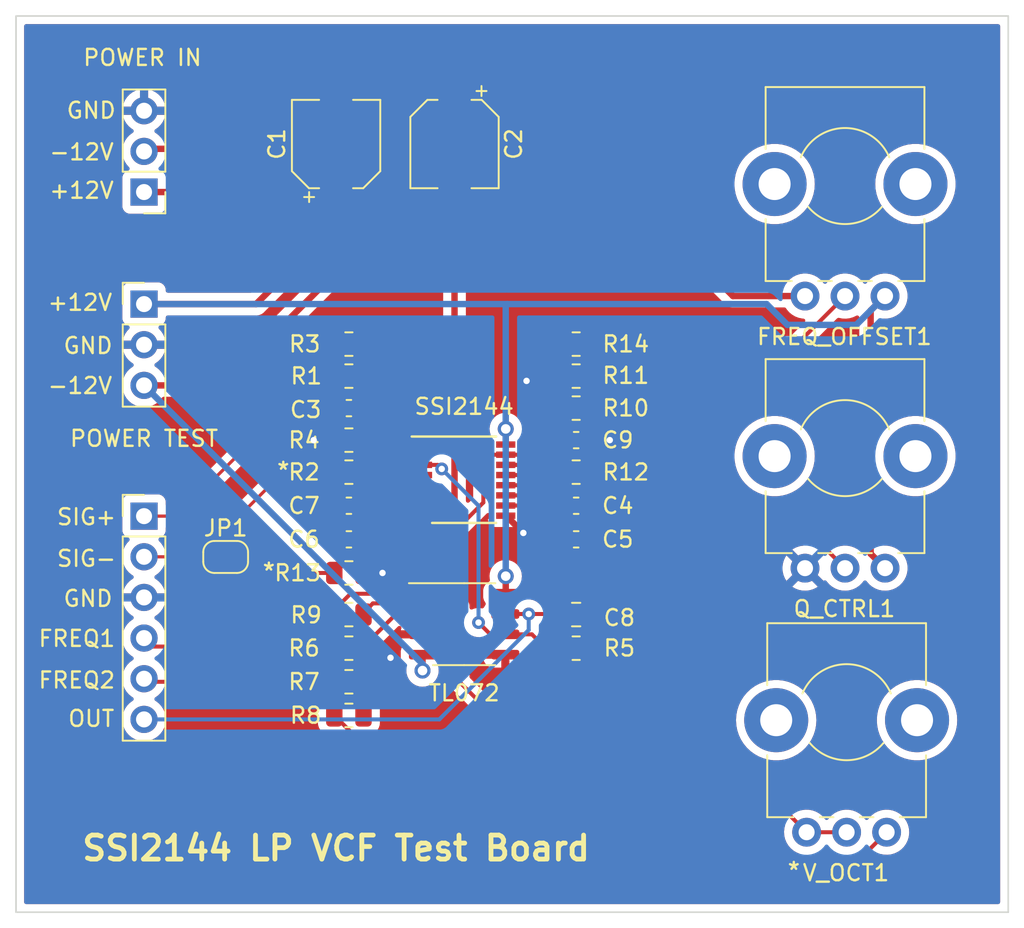
<source format=kicad_pcb>
(kicad_pcb (version 20221018) (generator pcbnew)
  (layers (0 "F.Cu" signal) (31 "B.Cu" signal) (34 "B.Paste" user) (35 "F.Paste" user) (36 "B.SilkS" user "B.Silkscreen") (37 "F.SilkS" user "F.Silkscreen") (38 "B.Mask" user) (39 "F.Mask" user) (44 "Edge.Cuts" user))
  (net 0 "")
  (net 1 "+12V")
  (net 2 "GND")
  (net 3 "-12V")
  (net 4 "Net-(C3-Pad1)")
  (net 5 "Net-(C3-Pad2)")
  (net 6 "Net-(C4-Pad1)")
  (net 7 "Net-(C4-Pad2)")
  (net 8 "Net-(C5-Pad1)")
  (net 9 "Net-(C5-Pad2)")
  (net 10 "Net-(C6-Pad1)")
  (net 11 "Net-(C6-Pad2)")
  (net 12 "Net-(C7-Pad1)")
  (net 13 "Net-(C7-Pad2)")
  (net 14 "/MIX_OUT")
  (net 15 "Net-(C8-Pad2)")
  (net 16 "Net-(C9-Pad1)")
  (net 17 "/SIG_IN+")
  (net 18 "/SIG_IN-")
  (net 19 "/FREQ1")
  (net 20 "/FREQ2")
  (net 21 "Net-(JP1-Pad2)")
  (net 22 "Net-(R6-Pad1)")
  (net 23 "Net-(R8-Pad1)")
  (net 24 "/FREQ_CTRL")
  (net 25 "Net-(R9-Pad2)")
  (net 26 "/Q_CTRL")
  (net 27 "Net-(R12-Pad1)")
  (net 28 "Net-(FREQ_OFFSET1-Pad2)")
  (footprint "Capacitor_SMD:C_0603_1608Metric_Pad1.08x0.95mm_HandSolder" (layer "F.Cu") (at 73 72.7 180)
    (fp_text reference "C5" (at -2.6 0 180) (layer "F.SilkS"))
    (fp_text value "6.8nF")
    (fp_line (start -0.146267 -0.51) (end 0.146267 -0.51) (stroke (width 0.12)) (layer "F.SilkS"))
    (fp_line (start -0.146267 0.51) (end 0.146267 0.51) (stroke (width 0.12)) (layer "F.SilkS"))
    (pad "1" smd roundrect (at -0.8625 0 180) (size 1.075 0.95) (layers "F.Cu" "F.Paste" "F.Mask") (net 8 "Net-(C5-Pad1)"))
    (pad "2" smd roundrect (at 0.8625 0 180) (size 1.075 0.95) (layers "F.Cu" "F.Paste" "F.Mask") (net 9 "Net-(C5-Pad2)"))
  )
  (footprint "Package_SO:SSOP-16_3.9x4.9mm_P0.635mm" (layer "F.Cu") (at 66 69)
    (fp_text reference "U1" hide)
    (fp_text value "SSI2144")
    (fp_line (start -3.275 -2.725) (end 2 -2.725) (stroke (width 0.15)) (layer "F.SilkS"))
    (fp_line (start -2 2.675) (end 2 2.675) (stroke (width 0.15)) (layer "F.SilkS"))
    (pad "1" smd rect (at -2.6 -2.2225) (size 1.2 0.4) (layers "F.Cu" "F.Paste" "F.Mask") (net 5 "Net-(C3-Pad2)"))
    (pad "2" smd rect (at -2.6 -1.5875) (size 1.2 0.4) (layers "F.Cu" "F.Paste" "F.Mask") (net 4 "Net-(C3-Pad1)"))
    (pad "3" smd rect (at -2.6 -0.9525) (size 1.2 0.4) (layers "F.Cu" "F.Paste" "F.Mask") (net 15 "Net-(C8-Pad2)"))
    (pad "4" smd rect (at -2.6 -0.3175) (size 1.2 0.4) (layers "F.Cu" "F.Paste" "F.Mask") (net 12 "Net-(C7-Pad1)"))
    (pad "5" smd rect (at -2.6 0.3175) (size 1.2 0.4) (layers "F.Cu" "F.Paste" "F.Mask") (net 13 "Net-(C7-Pad2)"))
    (pad "6" smd rect (at -2.6 0.9525) (size 1.2 0.4) (layers "F.Cu" "F.Paste" "F.Mask") (net 10 "Net-(C6-Pad1)"))
    (pad "7" smd rect (at -2.6 1.5875) (size 1.2 0.4) (layers "F.Cu" "F.Paste" "F.Mask") (net 11 "Net-(C6-Pad2)"))
    (pad "8" smd rect (at -2.6 2.2225) (size 1.2 0.4) (layers "F.Cu" "F.Paste" "F.Mask") (net 3 "-12V"))
    (pad "9" smd rect (at 2.6 2.2225) (size 1.2 0.4) (layers "F.Cu" "F.Paste" "F.Mask") (net 2 "GND"))
    (pad "10" smd rect (at 2.6 1.5875) (size 1.2 0.4) (layers "F.Cu" "F.Paste" "F.Mask") (net 9 "Net-(C5-Pad2)"))
    (pad "11" smd rect (at 2.6 0.9525) (size 1.2 0.4) (layers "F.Cu" "F.Paste" "F.Mask") (net 8 "Net-(C5-Pad1)"))
    (pad "12" smd rect (at 2.6 0.3175) (size 1.2 0.4) (layers "F.Cu" "F.Paste" "F.Mask") (net 7 "Net-(C4-Pad2)"))
    (pad "13" smd rect (at 2.6 -0.3175) (size 1.2 0.4) (layers "F.Cu" "F.Paste" "F.Mask") (net 6 "Net-(C4-Pad1)"))
    (pad "14" smd rect (at 2.6 -0.9525) (size 1.2 0.4) (layers "F.Cu" "F.Paste" "F.Mask") (net 26 "/Q_CTRL"))
    (pad "15" smd rect (at 2.6 -1.5875) (size 1.2 0.4) (layers "F.Cu" "F.Paste" "F.Mask") (net 24 "/FREQ_CTRL"))
    (pad "16" smd rect (at 2.6 -2.2225) (size 1.2 0.4) (layers "F.Cu" "F.Paste" "F.Mask") (net 1 "+12V"))
  )
  (footprint "Resistor_SMD:R_0805_2012Metric" (layer "F.Cu") (at 58.8 83.7)
    (fp_text reference "R8" (at -2.7 0) (layer "F.SilkS"))
    (fp_text value "162k")
    (fp_line (start -0.227064 -0.735) (end 0.227064 -0.735) (stroke (width 0.12)) (layer "F.SilkS"))
    (fp_line (start -0.227064 0.735) (end 0.227064 0.735) (stroke (width 0.12)) (layer "F.SilkS"))
    (pad "1" smd roundrect (at -0.9125 0) (size 1.025 1.4) (layers "F.Cu" "F.Paste" "F.Mask") (roundrect_rratio 0.243902439) (net 23 "Net-(R8-Pad1)"))
    (pad "2" smd roundrect (at 0.9125 0) (size 1.025 1.4) (layers "F.Cu" "F.Paste" "F.Mask") (roundrect_rratio 0.243902439) (net 22 "Net-(R6-Pad1)"))
  )
  (footprint "Resistor_SMD:R_0805_2012Metric" (layer "F.Cu") (at 58.8 79.5 180)
    (fp_text reference "R6" (at 2.8 0) (layer "F.SilkS"))
    (fp_text value "100k")
    (fp_line (start -0.227064 -0.735) (end 0.227064 -0.735) (stroke (width 0.12)) (layer "F.SilkS"))
    (fp_line (start -0.227064 0.735) (end 0.227064 0.735) (stroke (width 0.12)) (layer "F.SilkS"))
    (pad "1" smd roundrect (at -0.9125 0 180) (size 1.025 1.4) (layers "F.Cu" "F.Paste" "F.Mask") (roundrect_rratio 0.243902439) (net 22 "Net-(R6-Pad1)"))
    (pad "2" smd roundrect (at 0.9125 0 180) (size 1.025 1.4) (layers "F.Cu" "F.Paste" "F.Mask") (roundrect_rratio 0.243902439) (net 19 "/FREQ1"))
  )
  (footprint "Package_SO:SO-8_3.9x4.9mm_P1.27mm" (layer "F.Cu") (at 66 78)
    (fp_text reference "U2" hide)
    (fp_text value "TL072")
    (fp_line (start 0 -2.56) (end -3.45 -2.56) (stroke (width 0.12)) (layer "F.SilkS"))
    (fp_line (start 0 -2.56) (end 1.95 -2.56) (stroke (width 0.12)) (layer "F.SilkS"))
    (fp_line (start 0 2.56) (end -1.95 2.56) (stroke (width 0.12)) (layer "F.SilkS"))
    (fp_line (start 0 2.56) (end 1.95 2.56) (stroke (width 0.12)) (layer "F.SilkS"))
    (pad "1" smd roundrect (at -2.575 -1.905) (size 1.75 0.6) (layers "F.Cu" "F.Paste" "F.Mask") (net 25 "Net-(R9-Pad2)"))
    (pad "2" smd roundrect (at -2.575 -0.635) (size 1.75 0.6) (layers "F.Cu" "F.Paste" "F.Mask") (net 22 "Net-(R6-Pad1)"))
    (pad "3" smd roundrect (at -2.575 0.635) (size 1.75 0.6) (layers "F.Cu" "F.Paste" "F.Mask") (net 2 "GND"))
    (pad "4" smd roundrect (at -2.575 1.905) (size 1.75 0.6) (layers "F.Cu" "F.Paste" "F.Mask") (net 3 "-12V"))
    (pad "5" smd roundrect (at 2.575 1.905) (size 1.75 0.6) (layers "F.Cu" "F.Paste" "F.Mask") (net 2 "GND"))
    (pad "6" smd roundrect (at 2.575 0.635) (size 1.75 0.6) (layers "F.Cu" "F.Paste" "F.Mask") (net 15 "Net-(C8-Pad2)"))
    (pad "7" smd roundrect (at 2.575 -0.635) (size 1.75 0.6) (layers "F.Cu" "F.Paste" "F.Mask") (net 14 "/MIX_OUT"))
    (pad "8" smd roundrect (at 2.575 -1.905) (size 1.75 0.6) (layers "F.Cu" "F.Paste" "F.Mask") (net 1 "+12V"))
  )
  (footprint "Jumper:SolderJumper-2_P1.3mm_Bridged_RoundedPad1.0x1.5mm" (layer "F.Cu") (at 51.1 73.8)
    (fp_text reference "JP1" (at 0 -1.8) (layer "F.SilkS"))
    (fp_text value "Jumper_2_Bridged")
    (fp_poly (pts (xy 0.25 -0.3) (xy -0.25 -0.3) (xy -0.25 0.3) (xy 0.25 0.3)) (fill solid) (layer "F.Cu"))
    (fp_line (start -1.4 0.3) (end -1.4 -0.3) (stroke (width 0.12)) (layer "F.SilkS"))
    (fp_line (start -0.7 -1) (end 0.7 -1) (stroke (width 0.12)) (layer "F.SilkS"))
    (fp_line (start 0.7 1) (end -0.7 1) (stroke (width 0.12)) (layer "F.SilkS"))
    (fp_line (start 1.4 -0.3) (end 1.4 0.3) (stroke (width 0.12)) (layer "F.SilkS"))
    (fp_arc (start -1.4 -0.3) (mid -1.194975 -0.794975) (end -0.7 -1) (stroke (width 0.12)) (layer "F.SilkS"))
    (fp_arc (start -0.7 1) (mid -1.194975 0.794975) (end -1.4 0.3) (stroke (width 0.12)) (layer "F.SilkS"))
    (fp_arc (start 0.7 -1) (mid 1.194975 -0.794975) (end 1.4 -0.3) (stroke (width 0.12)) (layer "F.SilkS"))
    (fp_arc (start 1.4 0.3) (mid 1.194975 0.794975) (end 0.7 1) (stroke (width 0.12)) (layer "F.SilkS"))
    (pad "1" smd custom (at -0.65 0) (size 1 0.5) (layers "F.Cu" "F.Mask") (net 18 "/SIG_IN-") (options (clearance outline) (anchor rect)) (primitives (gr_circle (center 0 0.25) (end 0.5 0.25) (width 0) (fill yes)) (gr_circle (center 0 -0.25) (end 0.5 -0.25) (width 0) (fill yes)) (gr_poly (pts (xy 0.5 0.75) (xy 0 0.75) (xy 0 -0.75) (xy 0.5 -0.75)) (width 0) (fill yes))))
    (pad "2" smd custom (at 0.65 0) (size 1 0.5) (layers "F.Cu" "F.Mask") (net 21 "Net-(JP1-Pad2)") (options (clearance outline) (anchor rect)) (primitives (gr_circle (center 0 0.25) (end 0.5 0.25) (width 0) (fill yes)) (gr_circle (center 0 -0.25) (end 0.5 -0.25) (width 0) (fill yes)) (gr_poly (pts (xy 0 0.75) (xy -0.5 0.75) (xy -0.5 -0.75) (xy 0 -0.75)) (width 0) (fill yes))))
  )
  (footprint "Resistor_SMD:R_0805_2012Metric" (layer "F.Cu") (at 73 62.5)
    (fp_text reference "R11" (at 3.1 -0.035) (layer "F.SilkS"))
    (fp_text value "1k")
    (fp_line (start -0.227064 -0.735) (end 0.227064 -0.735) (stroke (width 0.12)) (layer "F.SilkS"))
    (fp_line (start -0.227064 0.735) (end 0.227064 0.735) (stroke (width 0.12)) (layer "F.SilkS"))
    (pad "1" smd roundrect (at -0.9125 0) (size 1.025 1.4) (layers "F.Cu" "F.Paste" "F.Mask") (roundrect_rratio 0.243902439) (net 24 "/FREQ_CTRL"))
    (pad "2" smd roundrect (at 0.9125 0) (size 1.025 1.4) (layers "F.Cu" "F.Paste" "F.Mask") (roundrect_rratio 0.243902439) (net 2 "GND"))
  )
  (footprint "Capacitor_SMD:CP_Elec_5x5.7" (layer "F.Cu") (at 65.4 48 -90)
    (fp_text reference "C2" (at 0 -3.7 90) (layer "F.SilkS"))
    (fp_text value "22uF")
    (fp_line (start -3.625 -1.685) (end -3 -1.685) (stroke (width 0.12)) (layer "F.SilkS"))
    (fp_line (start -3.3125 -1.9975) (end -3.3125 -1.3725) (stroke (width 0.12)) (layer "F.SilkS"))
    (fp_line (start -2.76 -1.695563) (end -2.76 -1.06) (stroke (width 0.12)) (layer "F.SilkS"))
    (fp_line (start -2.76 -1.695563) (end -1.695563 -2.76) (stroke (width 0.12)) (layer "F.SilkS"))
    (fp_line (start -2.76 1.695563) (end -2.76 1.06) (stroke (width 0.12)) (layer "F.SilkS"))
    (fp_line (start -2.76 1.695563) (end -1.695563 2.76) (stroke (width 0.12)) (layer "F.SilkS"))
    (fp_line (start -1.695563 -2.76) (end 2.76 -2.76) (stroke (width 0.12)) (layer "F.SilkS"))
    (fp_line (start -1.695563 2.76) (end 2.76 2.76) (stroke (width 0.12)) (layer "F.SilkS"))
    (fp_line (start 2.76 -2.76) (end 2.76 -1.06) (stroke (width 0.12)) (layer "F.SilkS"))
    (fp_line (start 2.76 2.76) (end 2.76 1.06) (stroke (width 0.12)) (layer "F.SilkS"))
    (pad "1" smd roundrect (at -2.2 0 270) (size 3 1.6) (layers "F.Cu" "F.Paste" "F.Mask") (roundrect_rratio 0.15625) (net 2 "GND"))
    (pad "2" smd roundrect (at 2.2 0 270) (size 3 1.6) (layers "F.Cu" "F.Paste" "F.Mask") (roundrect_rratio 0.15625) (net 3 "-12V"))
  )
  (footprint "Custom_Footprints:Alpha_9mm_Potentiometer_Aligned" (layer "F.Cu") (at 89.8 67)
    (fp_text reference "Q_CTRL1" (at -0.04 10.04) (layer "F.SilkS"))
    (fp_text value "10k")
    (fp_line (start -4.961 -5.56) (end 4.96 -5.56) (stroke (width 0.12)) (layer "F.SilkS"))
    (fp_line (start -4.961 -1.695) (end -4.961 -5.56) (stroke (width 0.12)) (layer "F.SilkS"))
    (fp_line (start -4.961 6.56) (end -4.961 2.694) (stroke (width 0.12)) (layer "F.SilkS"))
    (fp_line (start -4.961 6.56) (end -3.325 6.56) (stroke (width 0.12)) (layer "F.SilkS"))
    (fp_line (start -1.675 6.56) (end -0.825 6.56) (stroke (width 0.12)) (layer "F.SilkS"))
    (fp_line (start 0.825 6.56) (end 1.675 6.56) (stroke (width 0.12)) (layer "F.SilkS"))
    (fp_line (start 3.325 6.56) (end 4.96 6.56) (stroke (width 0.12)) (layer "F.SilkS"))
    (fp_line (start 4.96 -1.695) (end 4.96 -5.56) (stroke (width 0.12)) (layer "F.SilkS"))
    (fp_line (start 4.96 6.56) (end 4.96 2.694) (stroke (width 0.12)) (layer "F.SilkS"))
    (fp_arc (start -2.762432 -1.171982) (mid -0.000553 -3.000762) (end 2.762 -1.173) (stroke (width 0.12)) (layer "F.SilkS"))
    (fp_arc (start 2.297753 1.928295) (mid -0.000192 2.999665) (end -2.298 1.928) (stroke (width 0.12)) (layer "F.SilkS"))
    (pad "" np_thru_hole circle (at -4.4 0.5 90) (size 4 4) (drill 2) (layers "*.Cu" "*.Mask"))
    (pad "" np_thru_hole circle (at 4.4 0.5 90) (size 4 4) (drill 2) (layers "*.Cu" "*.Mask"))
    (pad "1" thru_hole circle (at 2.5 7.5 90) (size 1.8 1.8) (drill 1) (layers "*.Cu" "*.Mask") (net 1 "+12V"))
    (pad "2" thru_hole circle (at 0 7.5 90) (size 1.8 1.8) (drill 1) (layers "*.Cu" "*.Mask") (net 27 "Net-(R12-Pad1)"))
    (pad "3" thru_hole circle (at -2.5 7.5 90) (size 1.8 1.8) (drill 1) (layers "*.Cu" "*.Mask") (net 2 "GND"))
  )
  (footprint "Resistor_SMD:R_0805_2012Metric" (layer "F.Cu") (at 73 79.5)
    (fp_text reference "R5" (at 2.7 0) (layer "F.SilkS"))
    (fp_text value "33.2k")
    (fp_line (start -0.227064 -0.735) (end 0.227064 -0.735) (stroke (width 0.12)) (layer "F.SilkS"))
    (fp_line (start -0.227064 0.735) (end 0.227064 0.735) (stroke (width 0.12)) (layer "F.SilkS"))
    (pad "1" smd roundrect (at -0.9125 0) (size 1.025 1.4) (layers "F.Cu" "F.Paste" "F.Mask") (roundrect_rratio 0.243902439) (net 14 "/MIX_OUT"))
    (pad "2" smd roundrect (at 0.9125 0) (size 1.025 1.4) (layers "F.Cu" "F.Paste" "F.Mask") (roundrect_rratio 0.243902439) (net 15 "Net-(C8-Pad2)"))
  )
  (footprint "Resistor_SMD:R_0805_2012Metric" (layer "F.Cu") (at 58.8 68.5 180)
    (fp_text reference "R2" (at 2.8 0 180) (layer "F.SilkS"))
    (fp_text value "100k")
    (fp_line (start -0.227064 -0.735) (end 0.227064 -0.735) (stroke (width 0.12)) (layer "F.SilkS"))
    (fp_line (start -0.227064 0.735) (end 0.227064 0.735) (stroke (width 0.12)) (layer "F.SilkS"))
    (pad "1" smd roundrect (at -0.9125 0 180) (size 1.025 1.4) (layers "F.Cu" "F.Paste" "F.Mask") (roundrect_rratio 0.243902439) (net 4 "Net-(C3-Pad1)"))
    (pad "2" smd roundrect (at 0.9125 0 180) (size 1.025 1.4) (layers "F.Cu" "F.Paste" "F.Mask") (roundrect_rratio 0.243902439) (net 18 "/SIG_IN-"))
  )
  (footprint "Resistor_SMD:R_0805_2012Metric" (layer "F.Cu") (at 58.8 62.5 180)
    (fp_text reference "R1" (at 2.662742 0 180) (layer "F.SilkS"))
    (fp_text value "68.1k")
    (fp_line (start -0.227064 -0.735) (end 0.227064 -0.735) (stroke (width 0.12)) (layer "F.SilkS"))
    (fp_line (start -0.227064 0.735) (end 0.227064 0.735) (stroke (width 0.12)) (layer "F.SilkS"))
    (pad "1" smd roundrect (at -0.9125 0 180) (size 1.025 1.4) (layers "F.Cu" "F.Paste" "F.Mask") (roundrect_rratio 0.243902439) (net 5 "Net-(C3-Pad2)"))
    (pad "2" smd roundrect (at 0.9125 0 180) (size 1.025 1.4) (layers "F.Cu" "F.Paste" "F.Mask") (roundrect_rratio 0.243902439) (net 17 "/SIG_IN+"))
  )
  (footprint "Resistor_SMD:R_0805_2012Metric" (layer "F.Cu") (at 58.8 74.8 180)
    (fp_text reference "R13" (at 3.2 0) (layer "F.SilkS"))
    (fp_text value "200")
    (fp_line (start -0.227064 -0.735) (end 0.227064 -0.735) (stroke (width 0.12)) (layer "F.SilkS"))
    (fp_line (start -0.227064 0.735) (end 0.227064 0.735) (stroke (width 0.12)) (layer "F.SilkS"))
    (pad "1" smd roundrect (at -0.9125 0 180) (size 1.025 1.4) (layers "F.Cu" "F.Paste" "F.Mask") (roundrect_rratio 0.243902439) (net 2 "GND"))
    (pad "2" smd roundrect (at 0.9125 0 180) (size 1.025 1.4) (layers "F.Cu" "F.Paste" "F.Mask") (roundrect_rratio 0.243902439) (net 21 "Net-(JP1-Pad2)"))
  )
  (footprint "Custom_Footprints:Alpha_9mm_Potentiometer_Aligned" (layer "F.Cu") (at 89.8 50)
    (fp_text reference "FREQ_OFFSET1" (at -0.04 10.04) (layer "F.SilkS"))
    (fp_text value "50k")
    (fp_line (start -4.961 -5.56) (end 4.96 -5.56) (stroke (width 0.12)) (layer "F.SilkS"))
    (fp_line (start -4.961 -1.695) (end -4.961 -5.56) (stroke (width 0.12)) (layer "F.SilkS"))
    (fp_line (start -4.961 6.56) (end -4.961 2.694) (stroke (width 0.12)) (layer "F.SilkS"))
    (fp_line (start -4.961 6.56) (end -3.325 6.56) (stroke (width 0.12)) (layer "F.SilkS"))
    (fp_line (start -1.675 6.56) (end -0.825 6.56) (stroke (width 0.12)) (layer "F.SilkS"))
    (fp_line (start 0.825 6.56) (end 1.675 6.56) (stroke (width 0.12)) (layer "F.SilkS"))
    (fp_line (start 3.325 6.56) (end 4.96 6.56) (stroke (width 0.12)) (layer "F.SilkS"))
    (fp_line (start 4.96 -1.695) (end 4.96 -5.56) (stroke (width 0.12)) (layer "F.SilkS"))
    (fp_line (start 4.96 6.56) (end 4.96 2.694) (stroke (width 0.12)) (layer "F.SilkS"))
    (fp_arc (start -2.762432 -1.171982) (mid -0.000553 -3.000762) (end 2.762 -1.173) (stroke (width 0.12)) (layer "F.SilkS"))
    (fp_arc (start 2.297753 1.928295) (mid -0.000192 2.999665) (end -2.298 1.928) (stroke (width 0.12)) (layer "F.SilkS"))
    (pad "" np_thru_hole circle (at -4.4 0.5 90) (size 4 4) (drill 2) (layers "*.Cu" "*.Mask"))
    (pad "" np_thru_hole circle (at 4.4 0.5 90) (size 4 4) (drill 2) (layers "*.Cu" "*.Mask"))
    (pad "1" thru_hole circle (at 2.5 7.5 90) (size 1.8 1.8) (drill 1) (layers "*.Cu" "*.Mask") (net 1 "+12V"))
    (pad "2" thru_hole circle (at 0 7.5 90) (size 1.8 1.8) (drill 1) (layers "*.Cu" "*.Mask") (net 28 "Net-(FREQ_OFFSET1-Pad2)"))
    (pad "3" thru_hole circle (at -2.5 7.5 90) (size 1.8 1.8) (drill 1) (layers "*.Cu" "*.Mask") (net 3 "-12V"))
  )
  (footprint "Connector_PinHeader_2.54mm:PinHeader_1x06_P2.54mm_Vertical" (layer "F.Cu") (at 46 71.25)
    (fp_text reference "J1" hide)
    (fp_text value "IO")
    (fp_line (start -1.33 -1.33) (end 0 -1.33) (stroke (width 0.12)) (layer "F.SilkS"))
    (fp_line (start -1.33 0) (end -1.33 -1.33) (stroke (width 0.12)) (layer "F.SilkS"))
    (fp_line (start -1.33 1.27) (end -1.33 14.03) (stroke (width 0.12)) (layer "F.SilkS"))
    (fp_line (start -1.33 1.27) (end 1.33 1.27) (stroke (width 0.12)) (layer "F.SilkS"))
    (fp_line (start -1.33 14.03) (end 1.33 14.03) (stroke (width 0.12)) (layer "F.SilkS"))
    (fp_line (start 1.33 1.27) (end 1.33 14.03) (stroke (width 0.12)) (layer "F.SilkS"))
    (pad "1" thru_hole rect (at 0 0) (size 1.7 1.7) (drill 1) (layers "*.Cu" "*.Mask") (net 17 "/SIG_IN+"))
    (pad "2" thru_hole oval (at 0 2.54) (size 1.7 1.7) (drill 1) (layers "*.Cu" "*.Mask") (net 18 "/SIG_IN-"))
    (pad "3" thru_hole oval (at 0 5.08) (size 1.7 1.7) (drill 1) (layers "*.Cu" "*.Mask") (net 2 "GND"))
    (pad "4" thru_hole oval (at 0 7.62) (size 1.7 1.7) (drill 1) (layers "*.Cu" "*.Mask") (net 19 "/FREQ1"))
    (pad "5" thru_hole oval (at 0 10.16) (size 1.7 1.7) (drill 1) (layers "*.Cu" "*.Mask") (net 20 "/FREQ2"))
    (pad "6" thru_hole oval (at 0 12.7) (size 1.7 1.7) (drill 1) (layers "*.Cu" "*.Mask") (net 14 "/MIX_OUT"))
  )
  (footprint "Capacitor_SMD:C_0805_2012Metric" (layer "F.Cu") (at 73 77.4)
    (fp_text reference "C8" (at 2.7 0.2) (layer "F.SilkS"))
    (fp_text value "100pF")
    (fp_line (start -0.261252 -0.735) (end 0.261252 -0.735) (stroke (width 0.12)) (layer "F.SilkS"))
    (fp_line (start -0.261252 0.735) (end 0.261252 0.735) (stroke (width 0.12)) (layer "F.SilkS"))
    (pad "1" smd roundrect (at -0.95 0) (size 1 1.45) (layers "F.Cu" "F.Paste" "F.Mask") (net 14 "/MIX_OUT"))
    (pad "2" smd roundrect (at 0.95 0) (size 1 1.45) (layers "F.Cu" "F.Paste" "F.Mask") (net 15 "Net-(C8-Pad2)"))
  )
  (footprint "Resistor_SMD:R_0805_2012Metric" (layer "F.Cu") (at 58.8 66.5 180)
    (fp_text reference "R4" (at 2.8 0 180) (layer "F.SilkS"))
    (fp_text value "200")
    (fp_line (start -0.227064 -0.735) (end 0.227064 -0.735) (stroke (width 0.12)) (layer "F.SilkS"))
    (fp_line (start -0.227064 0.735) (end 0.227064 0.735) (stroke (width 0.12)) (layer "F.SilkS"))
    (pad "1" smd roundrect (at -0.9125 0 180) (size 1.025 1.4) (layers "F.Cu" "F.Paste" "F.Mask") (roundrect_rratio 0.243902439) (net 4 "Net-(C3-Pad1)"))
    (pad "2" smd roundrect (at 0.9125 0 180) (size 1.025 1.4) (layers "F.Cu" "F.Paste" "F.Mask") (roundrect_rratio 0.243902439) (net 2 "GND"))
  )
  (footprint "Capacitor_SMD:C_0603_1608Metric_Pad1.08x0.95mm_HandSolder" (layer "F.Cu") (at 58.8 64.5)
    (fp_text reference "C3" (at -2.7 0.1) (layer "F.SilkS"))
    (fp_text value "3.3nF")
    (fp_line (start -0.146267 -0.51) (end 0.146267 -0.51) (stroke (width 0.12)) (layer "F.SilkS"))
    (fp_line (start -0.146267 0.51) (end 0.146267 0.51) (stroke (width 0.12)) (layer "F.SilkS"))
    (pad "1" smd roundrect (at -0.8625 0) (size 1.075 0.95) (layers "F.Cu" "F.Paste" "F.Mask") (net 4 "Net-(C3-Pad1)"))
    (pad "2" smd roundrect (at 0.8625 0) (size 1.075 0.95) (layers "F.Cu" "F.Paste" "F.Mask") (net 5 "Net-(C3-Pad2)"))
  )
  (footprint "Resistor_SMD:R_0805_2012Metric" (layer "F.Cu") (at 73 60.5)
    (fp_text reference "R14" (at 3.1 0) (layer "F.SilkS"))
    (fp_text value "499k")
    (fp_line (start -0.227064 -0.735) (end 0.227064 -0.735) (stroke (width 0.12)) (layer "F.SilkS"))
    (fp_line (start -0.227064 0.735) (end 0.227064 0.735) (stroke (width 0.12)) (layer "F.SilkS"))
    (pad "1" smd roundrect (at -0.9125 0) (size 1.025 1.4) (layers "F.Cu" "F.Paste" "F.Mask") (roundrect_rratio 0.243902439) (net 24 "/FREQ_CTRL"))
    (pad "2" smd roundrect (at 0.9125 0) (size 1.025 1.4) (layers "F.Cu" "F.Paste" "F.Mask") (roundrect_rratio 0.243902439) (net 28 "Net-(FREQ_OFFSET1-Pad2)"))
  )
  (footprint "Resistor_SMD:R_0805_2012Metric" (layer "F.Cu") (at 73 64.5 180)
    (fp_text reference "R10" (at -3.1 0) (layer "F.SilkS"))
    (fp_text value "499")
    (fp_line (start -0.227064 -0.735) (end 0.227064 -0.735) (stroke (width 0.12)) (layer "F.SilkS"))
    (fp_line (start -0.227064 0.735) (end 0.227064 0.735) (stroke (width 0.12)) (layer "F.SilkS"))
    (pad "1" smd roundrect (at -0.9125 0 180) (size 1.025 1.4) (layers "F.Cu" "F.Paste" "F.Mask") (roundrect_rratio 0.243902439) (net 16 "Net-(C9-Pad1)"))
    (pad "2" smd roundrect (at 0.9125 0 180) (size 1.025 1.4) (layers "F.Cu" "F.Paste" "F.Mask") (roundrect_rratio 0.243902439) (net 26 "/Q_CTRL"))
  )
  (footprint "Capacitor_SMD:CP_Elec_5x5.7" (layer "F.Cu") (at 58 48 90)
    (fp_text reference "C1" (at 0 -3.7 90) (layer "F.SilkS"))
    (fp_text value "22uF")
    (fp_line (start -3.625 -1.685) (end -3 -1.685) (stroke (width 0.12)) (layer "F.SilkS"))
    (fp_line (start -3.3125 -1.9975) (end -3.3125 -1.3725) (stroke (width 0.12)) (layer "F.SilkS"))
    (fp_line (start -2.76 -1.695563) (end -2.76 -1.06) (stroke (width 0.12)) (layer "F.SilkS"))
    (fp_line (start -2.76 -1.695563) (end -1.695563 -2.76) (stroke (width 0.12)) (layer "F.SilkS"))
    (fp_line (start -2.76 1.695563) (end -2.76 1.06) (stroke (width 0.12)) (layer "F.SilkS"))
    (fp_line (start -2.76 1.695563) (end -1.695563 2.76) (stroke (width 0.12)) (layer "F.SilkS"))
    (fp_line (start -1.695563 -2.76) (end 2.76 -2.76) (stroke (width 0.12)) (layer "F.SilkS"))
    (fp_line (start -1.695563 2.76) (end 2.76 2.76) (stroke (width 0.12)) (layer "F.SilkS"))
    (fp_line (start 2.76 -2.76) (end 2.76 -1.06) (stroke (width 0.12)) (layer "F.SilkS"))
    (fp_line (start 2.76 2.76) (end 2.76 1.06) (stroke (width 0.12)) (layer "F.SilkS"))
    (pad "1" smd roundrect (at -2.2 0 90) (size 3 1.6) (layers "F.Cu" "F.Paste" "F.Mask") (roundrect_rratio 0.15625) (net 1 "+12V"))
    (pad "2" smd roundrect (at 2.2 0 90) (size 3 1.6) (layers "F.Cu" "F.Paste" "F.Mask") (roundrect_rratio 0.15625) (net 2 "GND"))
  )
  (footprint "Capacitor_SMD:C_0603_1608Metric_Pad1.08x0.95mm_HandSolder" (layer "F.Cu") (at 58.8 72.7)
    (fp_text reference "C6" (at -2.8 0) (layer "F.SilkS"))
    (fp_text value "6.8nF")
    (fp_line (start -0.146267 -0.51) (end 0.146267 -0.51) (stroke (width 0.12)) (layer "F.SilkS"))
    (fp_line (start -0.146267 0.51) (end 0.146267 0.51) (stroke (width 0.12)) (layer "F.SilkS"))
    (pad "1" smd roundrect (at -0.8625 0) (size 1.075 0.95) (layers "F.Cu" "F.Paste" "F.Mask") (net 10 "Net-(C6-Pad1)"))
    (pad "2" smd roundrect (at 0.8625 0) (size 1.075 0.95) (layers "F.Cu" "F.Paste" "F.Mask") (net 11 "Net-(C6-Pad2)"))
  )
  (footprint "Resistor_SMD:R_0805_2012Metric" (layer "F.Cu") (at 73 68.5 180)
    (fp_text reference "R12" (at -3.1 0) (layer "F.SilkS"))
    (fp_text value "26.7k")
    (fp_line (start -0.227064 -0.735) (end 0.227064 -0.735) (stroke (width 0.12)) (layer "F.SilkS"))
    (fp_line (start -0.227064 0.735) (end 0.227064 0.735) (stroke (width 0.12)) (layer "F.SilkS"))
    (pad "1" smd roundrect (at -0.9125 0 180) (size 1.025 1.4) (layers "F.Cu" "F.Paste" "F.Mask") (roundrect_rratio 0.243902439) (net 27 "Net-(R12-Pad1)"))
    (pad "2" smd roundrect (at 0.9125 0 180) (size 1.025 1.4) (layers "F.Cu" "F.Paste" "F.Mask") (roundrect_rratio 0.243902439) (net 26 "/Q_CTRL"))
  )
  (footprint "Connector_PinHeader_2.54mm:PinHeader_1x03_P2.54mm_Vertical" (layer "F.Cu") (at 46 58)
    (fp_text reference "J2" hide)
    (fp_text value "Power")
    (fp_line (start -1.33 -1.33) (end 0 -1.33) (stroke (width 0.12)) (layer "F.SilkS"))
    (fp_line (start -1.33 0) (end -1.33 -1.33) (stroke (width 0.12)) (layer "F.SilkS"))
    (fp_line (start -1.33 1.27) (end -1.33 6.41) (stroke (width 0.12)) (layer "F.SilkS"))
    (fp_line (start -1.33 1.27) (end 1.33 1.27) (stroke (width 0.12)) (layer "F.SilkS"))
    (fp_line (start -1.33 6.41) (end 1.33 6.41) (stroke (width 0.12)) (layer "F.SilkS"))
    (fp_line (start 1.33 1.27) (end 1.33 6.41) (stroke (width 0.12)) (layer "F.SilkS"))
    (pad "1" thru_hole rect (at 0 0) (size 1.7 1.7) (drill 1) (layers "*.Cu" "*.Mask") (net 1 "+12V"))
    (pad "2" thru_hole oval (at 0 2.54) (size 1.7 1.7) (drill 1) (layers "*.Cu" "*.Mask") (net 2 "GND"))
    (pad "3" thru_hole oval (at 0 5.08) (size 1.7 1.7) (drill 1) (layers "*.Cu" "*.Mask") (net 3 "-12V"))
  )
  (footprint "Custom_Footprints:Alpha_9mm_Potentiometer_Aligned" (layer "F.Cu") (at 89.9 83.5)
    (fp_text reference "V_OCT1" (at -0.04 10.04) (layer "F.SilkS"))
    (fp_text value "50k")
    (fp_line (start -4.961 -5.56) (end 4.96 -5.56) (stroke (width 0.12)) (layer "F.SilkS"))
    (fp_line (start -4.961 -1.695) (end -4.961 -5.56) (stroke (width 0.12)) (layer "F.SilkS"))
    (fp_line (start -4.961 6.56) (end -4.961 2.694) (stroke (width 0.12)) (layer "F.SilkS"))
    (fp_line (start -4.961 6.56) (end -3.325 6.56) (stroke (width 0.12)) (layer "F.SilkS"))
    (fp_line (start -1.675 6.56) (end -0.825 6.56) (stroke (width 0.12)) (layer "F.SilkS"))
    (fp_line (start 0.825 6.56) (end 1.675 6.56) (stroke (width 0.12)) (layer "F.SilkS"))
    (fp_line (start 3.325 6.56) (end 4.96 6.56) (stroke (width 0.12)) (layer "F.SilkS"))
    (fp_line (start 4.96 -1.695) (end 4.96 -5.56) (stroke (width 0.12)) (layer "F.SilkS"))
    (fp_line (start 4.96 6.56) (end 4.96 2.694) (stroke (width 0.12)) (layer "F.SilkS"))
    (fp_arc (start -2.762432 -1.171982) (mid -0.000553 -3.000762) (end 2.762 -1.173) (stroke (width 0.12)) (layer "F.SilkS"))
    (fp_arc (start 2.297753 1.928295) (mid -0.000192 2.999665) (end -2.298 1.928) (stroke (width 0.12)) (layer "F.SilkS"))
    (pad "" np_thru_hole circle (at -4.4 0.5 90) (size 4 4) (drill 2) (layers "*.Cu" "*.Mask"))
    (pad "" np_thru_hole circle (at 4.4 0.5 90) (size 4 4) (drill 2) (layers "*.Cu" "*.Mask"))
    (pad "1" thru_hole circle (at 2.5 7.5 90) (size 1.8 1.8) (drill 1) (layers "*.Cu" "*.Mask") (net 23 "Net-(R8-Pad1)"))
    (pad "2" thru_hole circle (at 0 7.5 90) (size 1.8 1.8) (drill 1) (layers "*.Cu" "*.Mask") (net 25 "Net-(R9-Pad2)"))
    (pad "3" thru_hole circle (at -2.5 7.5 90) (size 1.8 1.8) (drill 1) (layers "*.Cu" "*.Mask") (net 25 "Net-(R9-Pad2)"))
  )
  (footprint "Resistor_SMD:R_0805_2012Metric" (layer "F.Cu") (at 58.8 60.5)
    (fp_text reference "R3" (at -2.762742 0) (layer "F.SilkS"))
    (fp_text value "200")
    (fp_line (start -0.227064 -0.735) (end 0.227064 -0.735) (stroke (width 0.12)) (layer "F.SilkS"))
    (fp_line (start -0.227064 0.735) (end 0.227064 0.735) (stroke (width 0.12)) (layer "F.SilkS"))
    (pad "1" smd roundrect (at -0.9125 0) (size 1.025 1.4) (layers "F.Cu" "F.Paste" "F.Mask") (roundrect_rratio 0.243902439) (net 2 "GND"))
    (pad "2" smd roundrect (at 0.9125 0) (size 1.025 1.4) (layers "F.Cu" "F.Paste" "F.Mask") (roundrect_rratio 0.243902439) (net 5 "Net-(C3-Pad2)"))
  )
  (footprint "Connector_PinHeader_2.54mm:PinHeader_1x03_P2.54mm_Vertical" (layer "F.Cu") (at 46 51 180)
    (fp_text reference "J3" hide)
    (fp_text value "Power_In")
    (fp_line (start -1.33 -1.33) (end 0 -1.33) (stroke (width 0.12)) (layer "F.SilkS"))
    (fp_line (start -1.33 0) (end -1.33 -1.33) (stroke (width 0.12)) (layer "F.SilkS"))
    (fp_line (start -1.33 1.27) (end -1.33 6.41) (stroke (width 0.12)) (layer "F.SilkS"))
    (fp_line (start -1.33 1.27) (end 1.33 1.27) (stroke (width 0.12)) (layer "F.SilkS"))
    (fp_line (start -1.33 6.41) (end 1.33 6.41) (stroke (width 0.12)) (layer "F.SilkS"))
    (fp_line (start 1.33 1.27) (end 1.33 6.41) (stroke (width 0.12)) (layer "F.SilkS"))
    (pad "1" thru_hole rect (at 0 0 180) (size 1.7 1.7) (drill 1) (layers "*.Cu" "*.Mask") (net 1 "+12V"))
    (pad "2" thru_hole oval (at 0 2.54 180) (size 1.7 1.7) (drill 1) (layers "*.Cu" "*.Mask") (net 3 "-12V"))
    (pad "3" thru_hole oval (at 0 5.08 180) (size 1.7 1.7) (drill 1) (layers "*.Cu" "*.Mask") (net 2 "GND"))
  )
  (footprint "Capacitor_SMD:C_0603_1608Metric_Pad1.08x0.95mm_HandSolder" (layer "F.Cu") (at 73 66.5)
    (fp_text reference "C9" (at 2.6 0) (layer "F.SilkS"))
    (fp_text value "560pF")
    (fp_line (start -0.146267 -0.51) (end 0.146267 -0.51) (stroke (width 0.12)) (layer "F.SilkS"))
    (fp_line (start -0.146267 0.51) (end 0.146267 0.51) (stroke (width 0.12)) (layer "F.SilkS"))
    (pad "1" smd roundrect (at -0.8625 0) (size 1.075 0.95) (layers "F.Cu" "F.Paste" "F.Mask") (net 16 "Net-(C9-Pad1)"))
    (pad "2" smd roundrect (at 0.8625 0) (size 1.075 0.95) (layers "F.Cu" "F.Paste" "F.Mask") (net 2 "GND"))
  )
  (footprint "Resistor_SMD:R_0805_2012Metric" (layer "F.Cu") (at 58.8 77.4)
    (fp_text reference "R9" (at -2.672936 0.03) (layer "F.SilkS"))
    (fp_text value "100k")
    (fp_line (start -0.227064 -0.735) (end 0.227064 -0.735) (stroke (width 0.12)) (layer "F.SilkS"))
    (fp_line (start -0.227064 0.735) (end 0.227064 0.735) (stroke (width 0.12)) (layer "F.SilkS"))
    (pad "1" smd roundrect (at -0.9125 0) (size 1.025 1.4) (layers "F.Cu" "F.Paste" "F.Mask") (roundrect_rratio 0.243902439) (net 24 "/FREQ_CTRL"))
    (pad "2" smd roundrect (at 0.9125 0) (size 1.025 1.4) (layers "F.Cu" "F.Paste" "F.Mask") (roundrect_rratio 0.243902439) (net 25 "Net-(R9-Pad2)"))
  )
  (footprint "Resistor_SMD:R_0805_2012Metric" (layer "F.Cu") (at 58.8 81.6 180)
    (fp_text reference "R7" (at 2.8 0) (layer "F.SilkS"))
    (fp_text value "100k")
    (fp_line (start -0.227064 -0.735) (end 0.227064 -0.735) (stroke (width 0.12)) (layer "F.SilkS"))
    (fp_line (start -0.227064 0.735) (end 0.227064 0.735) (stroke (width 0.12)) (layer "F.SilkS"))
    (pad "1" smd roundrect (at -0.9125 0 180) (size 1.025 1.4) (layers "F.Cu" "F.Paste" "F.Mask") (roundrect_rratio 0.243902439) (net 22 "Net-(R6-Pad1)"))
    (pad "2" smd roundrect (at 0.9125 0 180) (size 1.025 1.4) (layers "F.Cu" "F.Paste" "F.Mask") (roundrect_rratio 0.243902439) (net 20 "/FREQ2"))
  )
  (footprint "Capacitor_SMD:C_0603_1608Metric_Pad1.08x0.95mm_HandSolder" (layer "F.Cu") (at 73 70.6 180)
    (fp_text reference "C4" (at -2.6 0 180) (layer "F.SilkS"))
    (fp_text value "6.8nF")
    (fp_line (start -0.146267 -0.51) (end 0.146267 -0.51) (stroke (width 0.12)) (layer "F.SilkS"))
    (fp_line (start -0.146267 0.51) (end 0.146267 0.51) (stroke (width 0.12)) (layer "F.SilkS"))
    (pad "1" smd roundrect (at -0.8625 0 180) (size 1.075 0.95) (layers "F.Cu" "F.Paste" "F.Mask") (net 6 "Net-(C4-Pad1)"))
    (pad "2" smd roundrect (at 0.8625 0 180) (size 1.075 0.95) (layers "F.Cu" "F.Paste" "F.Mask") (net 7 "Net-(C4-Pad2)"))
  )
  (footprint "Capacitor_SMD:C_0603_1608Metric_Pad1.08x0.95mm_HandSolder" (layer "F.Cu") (at 58.8 70.6)
    (fp_text reference "C7" (at -2.8 0) (layer "F.SilkS"))
    (fp_text value "560pF")
    (fp_line (start -0.146267 -0.51) (end 0.146267 -0.51) (stroke (width 0.12)) (layer "F.SilkS"))
    (fp_line (start -0.146267 0.51) (end 0.146267 0.51) (stroke (width 0.12)) (layer "F.SilkS"))
    (pad "1" smd roundrect (at -0.8625 0) (size 1.075 0.95) (layers "F.Cu" "F.Paste" "F.Mask") (net 12 "Net-(C7-Pad1)"))
    (pad "2" smd roundrect (at 0.8625 0) (size 1.075 0.95) (layers "F.Cu" "F.Paste" "F.Mask") (net 13 "Net-(C7-Pad2)"))
  )
  (gr_rect (start 38 40) (end 100 96) (stroke (width 0.1)) (fill none) (layer "Edge.Cuts"))
  (gr_text "OUT" (at 42.7 83.9) (layer "F.SilkS") (effects (font (size 1 1))))
  (gr_text "*" (at 53.8 74.7) (layer "F.SilkS") (effects (font (size 1 1))))
  (gr_text "GND" (at 42.5 60.6) (layer "F.SilkS") (effects (font (size 1 1))))
  (gr_text "SIG-" (at 42.4 73.9) (layer "F.SilkS") (effects (font (size 1 1))))
  (gr_text "GND" (at 42.5 76.4) (layer "F.SilkS") (effects (font (size 1 1))))
  (gr_text "-12V" (at 42.1 48.5) (layer "F.SilkS") (effects (font (size 1 1))))
  (gr_text "FREQ2" (at 41.8 81.5) (layer "F.SilkS") (effects (font (size 1 1))))
  (gr_text "*" (at 86.6 93.4) (layer "F.SilkS") (effects (font (size 1 1))))
  (gr_text "TL072" (at 66 82.3) (layer "F.SilkS") (effects (font (size 1 1))))
  (gr_text "*" (at 54.7 68.4) (layer "F.SilkS") (effects (font (size 1 1))))
  (gr_text "-12V" (at 42 63.1) (layer "F.SilkS") (effects (font (size 1 1))))
  (gr_text "+12V" (at 42 57.9) (layer "F.SilkS") (effects (font (size 1 1))))
  (gr_text "SSI2144" (at 66 64.4) (layer "F.SilkS") (effects (font (size 1 1))))
  (gr_text "POWER IN" (at 45.9 42.6) (layer "F.SilkS") (effects (font (size 1 1))))
  (gr_text "FREQ1" (at 41.8 78.9) (layer "F.SilkS") (effects (font (size 1 1))))
  (gr_text "POWER TEST" (at 46 66.4) (layer "F.SilkS") (effects (font (size 1 1))))
  (gr_text "GND" (at 42.7 45.9) (layer "F.SilkS") (effects (font (size 1 1))))
  (gr_text "SSI2144 LP VCF Test Board" (at 58 92) (layer "F.SilkS") (effects (font (size 1.5 1.5) (thickness 0.3))))
  (gr_text "+12V" (at 42.1 50.9) (layer "F.SilkS") (effects (font (size 1 1))))
  (gr_text "SIG+" (at 42.4 71.3) (layer "F.SilkS") (effects (font (size 1 1))))
  (segment (start 53 58) (end 46 58) (width 0.4) (layer "F.Cu") (net 1))
  (segment (start 91.4 73.6) (end 91.4 58.4) (width 0.4) (layer "F.Cu") (net 1))
  (segment (start 68.6 66.7775) (end 68.599999 65.799999) (width 0.4) (layer "F.Cu") (net 1))
  (segment (start 92.3 74.5) (end 91.4 73.6) (width 0.4) (layer "F.Cu") (net 1))
  (segment (start 68.6 76.07) (end 68.599999 74.999999) (width 0.4) (layer "F.Cu") (net 1))
  (segment (start 58 53) (end 53 58) (width 0.4) (layer "F.Cu") (net 1))
  (segment (start 68.575 76.095) (end 68.6 76.07) (width 0.4) (layer "F.Cu") (net 1))
  (segment (start 58 50.2) (end 58 53) (width 0.4) (layer "F.Cu") (net 1))
  (segment (start 91.4 58.4) (end 92.3 57.5) (width 0.4) (layer "F.Cu") (net 1))
  (segment (start 46 51) (end 57.2 51) (width 0.4) (layer "F.Cu") (net 1))
  (segment (start 57.2 51) (end 58 50.2) (width 0.4) (layer "F.Cu") (net 1))
  (via (at 68.599999 74.999999) (size 1) (drill 0.6) (layers "F.Cu" "B.Cu") (net 1))
  (via (at 68.599999 65.799999) (size 1) (drill 0.6) (layers "F.Cu" "B.Cu") (net 1))
  (segment (start 68.6 58.1) (end 68.599999 65.799999) (width 0.4) (layer "B.Cu") (net 1))
  (segment (start 84.9 58) (end 86.2 59.3) (width 0.4) (layer "B.Cu") (net 1))
  (segment (start 68.7 58) (end 68.6 58.1) (width 0.4) (layer "B.Cu") (net 1))
  (segment (start 46 58) (end 68.7 58) (width 0.4) (layer "B.Cu") (net 1))
  (segment (start 68.7 58) (end 84.9 58) (width 0.4) (layer "B.Cu") (net 1))
  (segment (start 86.2 59.3) (end 90.5 59.3) (width 0.4) (layer "B.Cu") (net 1))
  (segment (start 90.5 59.3) (end 92.3 57.5) (width 0.4) (layer "B.Cu") (net 1))
  (segment (start 68.599999 65.799999) (end 68.599999 74.999999) (width 0.4) (layer "B.Cu") (net 1))
  (segment (start 68.6 71.2225) (end 68.6225 71.2225) (width 0.4) (layer "F.Cu") (net 2))
  (segment (start 68.6225 71.2225) (end 69.7 72.3) (width 0.4) (layer "F.Cu") (net 2))
  (segment (start 57.8 46) (end 58 45.8) (width 0.4) (layer "F.Cu") (net 2))
  (via (at 69.7 72.3) (size 0.8) (drill 0.4) (layers "F.Cu" "B.Cu") (net 2))
  (via (at 56.6 66.5) (size 0.8) (drill 0.4) (layers "F.Cu" "B.Cu") (net 2))
  (via (at 75.1 66.5) (size 0.8) (drill 0.4) (layers "F.Cu" "B.Cu") (net 2))
  (via (at 69.9 62.8) (size 0.8) (drill 0.4) (layers "F.Cu" "B.Cu") (net 2))
  (via (at 60.9 74.8) (size 0.8) (drill 0.4) (layers "F.Cu" "B.Cu") (net 2))
  (via (at 61.4 80.1) (size 0.8) (drill 0.4) (layers "F.Cu" "B.Cu") (net 2))
  (segment (start 82.8 57.5) (end 87.3 57.5) (width 0.4) (layer "F.Cu") (net 3))
  (segment (start 63.8 50.2) (end 50.92 63.08) (width 0.4) (layer "F.Cu") (net 3))
  (segment (start 63.4 80.9) (end 63.4 79.93) (width 0.4) (layer "F.Cu") (net 3))
  (segment (start 64.4 71.2225) (end 65.4 70.2225) (width 0.4) (layer "F.Cu") (net 3))
  (segment (start 63.4 79.93) (end 63.425 79.905) (width 0.4) (layer "F.Cu") (net 3))
  (segment (start 65.4 50.2) (end 75.5 50.2) (width 0.4) (layer "F.Cu") (net 3))
  (segment (start 75.5 50.2) (end 82.8 57.5) (width 0.4) (layer "F.Cu") (net 3))
  (segment (start 46.16 48.3) (end 63.5 48.3) (width 0.4) (layer "F.Cu") (net 3))
  (segment (start 63.5 48.3) (end 65.4 50.2) (width 0.4) (layer "F.Cu") (net 3))
  (segment (start 50.92 63.08) (end 46 63.08) (width 0.4) (layer "F.Cu") (net 3))
  (segment (start 63.4 71.2225) (end 64.4 71.2225) (width 0.4) (layer "F.Cu") (net 3))
  (segment (start 65.4 70.2225) (end 65.4 50.2) (width 0.4) (layer "F.Cu") (net 3))
  (segment (start 46 48.54) (end 46.24 48.3) (width 0.4) (layer "F.Cu") (net 3))
  (segment (start 46 48.46) (end 46.16 48.3) (width 0.4) (layer "F.Cu") (net 3))
  (segment (start 65.4 50.2) (end 63.8 50.2) (width 0.4) (layer "F.Cu") (net 3))
  (via (at 63.4 80.9) (size 1) (drill 0.6) (layers "F.Cu" "B.Cu") (net 3))
  (segment (start 63.4 80.48) (end 63.4 80.9) (width 0.4) (layer "B.Cu") (net 3))
  (segment (start 46 63.08) (end 63.4 80.48) (width 0.4) (layer "B.Cu") (net 3))
  (segment (start 57.85 64.5) (end 57.85 64.6375) (width 0.25) (layer "F.Cu") (net 4))
  (segment (start 59.7125 68.5) (end 59.7125 66.5) (width 0.25) (layer "F.Cu") (net 4))
  (segment (start 60.625 67.4125) (end 63.4 67.4125) (width 0.25) (layer "F.Cu") (net 4))
  (segment (start 57.85 64.6375) (end 59.7125 66.5) (width 0.25) (layer "F.Cu") (net 4))
  (segment (start 59.7125 66.5) (end 60.625 67.4125) (width 0.25) (layer "F.Cu") (net 4))
  (segment (start 59.7125 62.5) (end 59.7125 64.4625) (width 0.25) (layer "F.Cu") (net 5))
  (segment (start 59.7125 64.4625) (end 59.75 64.5) (width 0.25) (layer "F.Cu") (net 5))
  (segment (start 59.7125 60.5) (end 59.7125 62.5) (width 0.25) (layer "F.Cu") (net 5))
  (segment (start 59.75 64.5) (end 62.0275 66.7775) (width 0.25) (layer "F.Cu") (net 5))
  (segment (start 62.0275 66.7775) (end 63.4 66.7775) (width 0.25) (layer "F.Cu") (net 5))
  (segment (start 70.744327 68.6825) (end 71.761827 69.7) (width 0.25) (layer "F.Cu") (net 6))
  (segment (start 71.761827 69.7) (end 72.9625 69.7) (width 0.25) (layer "F.Cu") (net 6))
  (segment (start 68.6 68.6825) (end 70.744327 68.6825) (width 0.25) (layer "F.Cu") (net 6))
  (segment (start 72.9625 69.7) (end 73.8625 70.6) (width 0.25) (layer "F.Cu") (net 6))
  (segment (start 70.4175 69.3175) (end 71.7 70.6) (width 0.25) (layer "F.Cu") (net 7))
  (segment (start 71.7 70.6) (end 72.1375 70.6) (width 0.25) (layer "F.Cu") (net 7))
  (segment (start 68.6 69.3175) (end 70.4175 69.3175) (width 0.25) (layer "F.Cu") (net 7))
  (segment (start 72.975673 71.813173) (end 73.95 72.7875) (width 0.25) (layer "F.Cu") (net 8))
  (segment (start 68.6 69.9525) (end 70.02569 69.9525) (width 0.25) (layer "F.Cu") (net 8))
  (segment (start 71.886363 71.813173) (end 72.975673 71.813173) (width 0.25) (layer "F.Cu") (net 8))
  (segment (start 70.02569 69.9525) (end 71.886363 71.813173) (width 0.25) (layer "F.Cu") (net 8))
  (segment (start 71.7 72.7) (end 72.1375 72.7) (width 0.25) (layer "F.Cu") (net 9))
  (segment (start 68.6 70.5875) (end 69.5875 70.5875) (width 0.25) (layer "F.Cu") (net 9))
  (segment (start 69.5875 70.5875) (end 71.7 72.7) (width 0.25) (layer "F.Cu") (net 9))
  (segment (start 63.4 69.9525) (end 61.7475 69.9525) (width 0.25) (layer "F.Cu") (net 10))
  (segment (start 60.05 71.65) (end 58.9 71.65) (width 0.25) (layer "F.Cu") (net 10))
  (segment (start 58.9 71.65) (end 57.85 72.7) (width 0.25) (layer "F.Cu") (net 10))
  (segment (start 61.7475 69.9525) (end 60.05 71.65) (width 0.25) (layer "F.Cu") (net 10))
  (segment (start 63.4 70.5875) (end 61.936363 70.5875) (width 0.25) (layer "F.Cu") (net 11))
  (segment (start 61.936363 70.5875) (end 59.823863 72.7) (width 0.25) (layer "F.Cu") (net 11))
  (segment (start 59.823863 72.7) (end 59.75 72.7) (width 0.25) (layer "F.Cu") (net 11))
  (segment (start 58.75 69.7) (end 57.85 70.6) (width 0.25) (layer "F.Cu") (net 12))
  (segment (start 61.2175 68.6825) (end 60.2 69.7) (width 0.25) (layer "F.Cu") (net 12))
  (segment (start 60.2 69.7) (end 58.75 69.7) (width 0.25) (layer "F.Cu") (net 12))
  (segment (start 63.4 68.6825) (end 61.2175 68.6825) (width 0.25) (layer "F.Cu") (net 12))
  (segment (start 61.4825 69.3175) (end 60.2 70.6) (width 0.25) (layer "F.Cu") (net 13))
  (segment (start 63.4 69.3175) (end 61.4825 69.3175) (width 0.25) (layer "F.Cu") (net 13))
  (segment (start 60.2 70.6) (end 59.75 70.6) (width 0.25) (layer "F.Cu") (net 13))
  (segment (start 68.575 77.365) (end 70.035 77.365) (width 0.25) (layer "F.Cu") (net 14))
  (segment (start 72.015 77.365) (end 72.05 77.4) (width 0.25) (layer "F.Cu") (net 14))
  (segment (start 72.0875 77.4375) (end 72.05 77.4) (width 0.25) (layer "F.Cu") (net 14))
  (segment (start 72.0525 77.365) (end 72.0875 77.4) (width 0.25) (layer "F.Cu") (net 14))
  (segment (start 70.035 77.365) (end 72.015 77.365) (width 0.25) (layer "F.Cu") (net 14))
  (segment (start 72.0875 79.5) (end 72.0875 77.4375) (width 0.25) (layer "F.Cu") (net 14))
  (segment (start 72.05 77.3625) (end 72.0875 77.4) (width 0.25) (layer "F.Cu") (net 14))
  (via (at 70.035 77.365) (size 0.8) (drill 0.4) (layers "F.Cu" "B.Cu") (net 14))
  (segment (start 70.035 78.365) (end 64.45 83.95) (width 0.25) (layer "B.Cu") (net 14))
  (segment (start 70.035 77.365) (end 70.035 78.365) (width 0.25) (layer "B.Cu") (net 14))
  (segment (start 64.45 83.95) (end 46 83.95) (width 0.25) (layer "B.Cu") (net 14))
  (segment (start 73.9125 77.4375) (end 73.95 77.4) (width 0.25) (layer "F.Cu") (net 15))
  (segment (start 63.4 68.0475) (end 64.3475 68.0475) (width 0.25) (layer "F.Cu") (net 15))
  (segment (start 67.635 78.635) (end 68.575 78.635) (width 0.25) (layer "F.Cu") (net 15))
  (segment (start 73.9125 79.5) (end 73.9125 77.4375) (width 0.25) (layer "F.Cu") (net 15))
  (segment (start 70.7 80.019087) (end 71.480913 80.8) (width 0.25) (layer "F.Cu") (net 15))
  (segment (start 72.8 80.8) (end 73.9125 79.6875) (width 0.25) (layer "F.Cu") (net 15))
  (segment (start 64.3475 68.0475) (end 64.6 68.3) (width 0.25) (layer "F.Cu") (net 15))
  (segment (start 70.7 79.1) (end 70.7 80.019087) (width 0.25) (layer "F.Cu") (net 15))
  (segment (start 66.9 77.9) (end 67.635 78.635) (width 0.25) (layer "F.Cu") (net 15))
  (segment (start 68.575 78.635) (end 70.235 78.635) (width 0.25) (layer "F.Cu") (net 15))
  (segment (start 73.9125 79.6875) (end 73.9125 79.5) (width 0.25) (layer "F.Cu") (net 15))
  (segment (start 71.480913 80.8) (end 72.8 80.8) (width 0.25) (layer "F.Cu") (net 15))
  (segment (start 70.235 78.635) (end 70.7 79.1) (width 0.25) (layer "F.Cu") (net 15))
  (via (at 64.6 68.3) (size 0.8) (drill 0.4) (layers "F.Cu" "B.Cu") (net 15))
  (via (at 66.9 77.9) (size 0.8) (drill 0.4) (layers "F.Cu" "B.Cu") (net 15))
  (segment (start 66.9 70.6) (end 66.9 77.9) (width 0.25) (layer "B.Cu") (net 15))
  (segment (start 64.6 68.3) (end 66.9 70.6) (width 0.25) (layer "B.Cu") (net 15))
  (segment (start 73.9125 64.725) (end 72.1375 66.5) (width 0.25) (layer "F.Cu") (net 16))
  (segment (start 73.9125 64.5) (end 73.9125 64.725) (width 0.25) (layer "F.Cu") (net 16))
  (segment (start 56.8 62.5) (end 48.05 71.25) (width 0.2) (layer "F.Cu") (net 17))
  (segment (start 48.05 71.25) (end 46 71.25) (width 0.2) (layer "F.Cu") (net 17))
  (segment (start 57.8875 62.5) (end 56.8 62.5) (width 0.2) (layer "F.Cu") (net 17))
  (segment (start 57.8875 68.5) (end 54.7 68.5) (width 0.2) (layer "F.Cu") (net 18))
  (segment (start 46 73.79) (end 50.44 73.79) (width 0.2) (layer "F.Cu") (net 18))
  (segment (start 54.7 68.5) (end 50.45 72.75) (width 0.2) (layer "F.Cu") (net 18))
  (segment (start 50.44 73.79) (end 50.45 73.8) (width 0.2) (layer "F.Cu") (net 18))
  (segment (start 50.45 72.75) (end 50.45 73.8) (width 0.2) (layer "F.Cu") (net 18))
  (segment (start 57.8875 79.5) (end 57.7875 79.4) (width 0.25) (layer "F.Cu") (net 19))
  (segment (start 46.53 79.4) (end 46 78.87) (width 0.25) (layer "F.Cu") (net 19))
  (segment (start 57.7875 79.4) (end 46.53 79.4) (width 0.25) (layer "F.Cu") (net 19))
  (segment (start 57.8875 81.6) (end 46.19 81.6) (width 0.25) (layer "F.Cu") (net 20))
  (segment (start 46.19 81.6) (end 46 81.41) (width 0.25) (layer "F.Cu") (net 20))
  (segment (start 51.75 73.8) (end 52.75 74.8) (width 0.25) (layer "F.Cu") (net 21))
  (segment (start 52.75 74.8) (end 57.8875 74.8) (width 0.25) (layer "F.Cu") (net 21))
  (segment (start 59.7125 83.5) (end 59.7125 81.5) (width 0.25) (layer "F.Cu") (net 22))
  (segment (start 59.7125 79.4) (end 61.7475 77.365) (width 0.25) (layer "F.Cu") (net 22))
  (segment (start 59.7125 81.5) (end 59.7125 79.37) (width 0.25) (layer "F.Cu") (net 22))
  (segment (start 61.7475 77.365) (end 63.425 77.365) (width 0.25) (layer "F.Cu") (net 22))
  (segment (start 67.3875 93.2) (end 90.2 93.2) (width 0.25) (layer "F.Cu") (net 23))
  (segment (start 90.2 93.2) (end 92.4 91) (width 0.25) (layer "F.Cu") (net 23))
  (segment (start 57.8875 83.7) (end 67.3875 93.2) (width 0.25) (layer "F.Cu") (net 23))
  (segment (start 61.5 76.1) (end 67.2 70.4) (width 0.25) (layer "F.Cu") (net 24))
  (segment (start 67.2 67.9625) (end 67.75 67.4125) (width 0.25) (layer "F.Cu") (net 24))
  (segment (start 72.0875 62.5) (end 70.4 64.1875) (width 0.25) (layer "F.Cu") (net 24))
  (segment (start 58.9 76.1) (end 61.5 76.1) (width 0.25) (layer "F.Cu") (net 24))
  (segment (start 70.4 66.5) (end 69.4875 67.4125) (width 0.25) (layer "F.Cu") (net 24))
  (segment (start 72.0875 62.5) (end 72.0875 60.5) (width 0.25) (layer "F.Cu") (net 24))
  (segment (start 67.2 70.4) (end 67.2 67.9625) (width 0.25) (layer "F.Cu") (net 24))
  (segment (start 69.4875 67.4125) (end 68.6 67.4125) (width 0.25) (layer "F.Cu") (net 24))
  (segment (start 57.8875 77.4) (end 57.8875 77.1125) (width 0.25) (layer "F.Cu") (net 24))
  (segment (start 70.4 64.1875) (end 70.4 66.5) (width 0.25) (layer "F.Cu") (net 24))
  (segment (start 67.75 67.4125) (end 68.6 67.4125) (width 0.25) (layer "F.Cu") (net 24))
  (segment (start 57.8875 77.1125) (end 58.9 76.1) (width 0.25) (layer "F.Cu") (net 24))
  (segment (start 62.815 76.095) (end 62.21 76.7) (width 0.25) (layer "F.Cu") (net 25))
  (segment (start 63.425 76.095) (end 62.815 76.095) (width 0.25) (layer "F.Cu") (net 25))
  (segment (start 64.895 76.095) (end 65.7 76.9) (width 0.25) (layer "F.Cu") (net 25))
  (segment (start 62.21 76.7) (end 60.3 76.7) (width 0.25) (layer "F.Cu") (net 25))
  (segment (start 65.7 81.6) (end 72.8 88.7) (width 0.25) (layer "F.Cu") (net 25))
  (segment (start 65.7 76.9) (end 65.7 81.6) (width 0.25) (layer "F.Cu") (net 25))
  (segment (start 59.7125 77.2875) (end 59.7125 77.4) (width 0.25) (layer "F.Cu") (net 25))
  (segment (start 60.3 76.7) (end 59.7125 77.2875) (width 0.25) (layer "F.Cu") (net 25))
  (segment (start 85.1 88.7) (end 87.4 91) (width 0.25) (layer "F.Cu") (net 25))
  (segment (start 72.8 88.7) (end 85.1 88.7) (width 0.25) (layer "F.Cu") (net 25))
  (segment (start 87.4 91) (end 89.9 91) (width 0.25) (layer "F.Cu") (net 25))
  (segment (start 63.425 76.095) (end 64.895 76.095) (width 0.25) (layer "F.Cu") (net 25))
  (segment (start 72.0875 64.5) (end 71.2 65.3875) (width 0.25) (layer "F.Cu") (net 26))
  (segment (start 71.0525 68.0475) (end 68.6 68.0475) (width 0.25) (layer "F.Cu") (net 26))
  (segment (start 71.2 65.3875) (end 71.2 67.9) (width 0.25) (layer "F.Cu") (net 26))
  (segment (start 72.0875 68.5) (end 71.635 68.0475) (width 0.25) (layer "F.Cu") (net 26))
  (segment (start 71.635 68.0475) (end 68.6 68.0475) (width 0.25) (layer "F.Cu") (net 26))
  (segment (start 89.8 74.5) (end 86.8 71.5) (width 0.25) (layer "F.Cu") (net 27))
  (segment (start 78.9 68.5) (end 73.9125 68.5) (width 0.25) (layer "F.Cu") (net 27))
  (segment (start 81.9 71.5) (end 78.9 68.5) (width 0.25) (layer "F.Cu") (net 27))
  (segment (start 86.8 71.5) (end 81.9 71.5) (width 0.25) (layer "F.Cu") (net 27))
  (segment (start 86.675 60.625) (end 74.0375 60.625) (width 0.25) (layer "F.Cu") (net 28))
  (segment (start 74.0375 60.625) (end 73.9125 60.5) (width 0.25) (layer "F.Cu") (net 28))
  (segment (start 86.675 60.625) (end 89.8 57.5) (width 0.25) (layer "F.Cu") (net 28))
  (zone (net 2) (net_name "GND") (layers "F&B.Cu") (connect_pads (clearance 0.508)) (min_thickness 0.254) (fill yes (thermal_gap 0.508) (thermal_bridge_width 0.508))
    (polygon (pts (xy 101 97) (xy 37 97) (xy 37 39) (xy 101 39)))
  )
)
</source>
